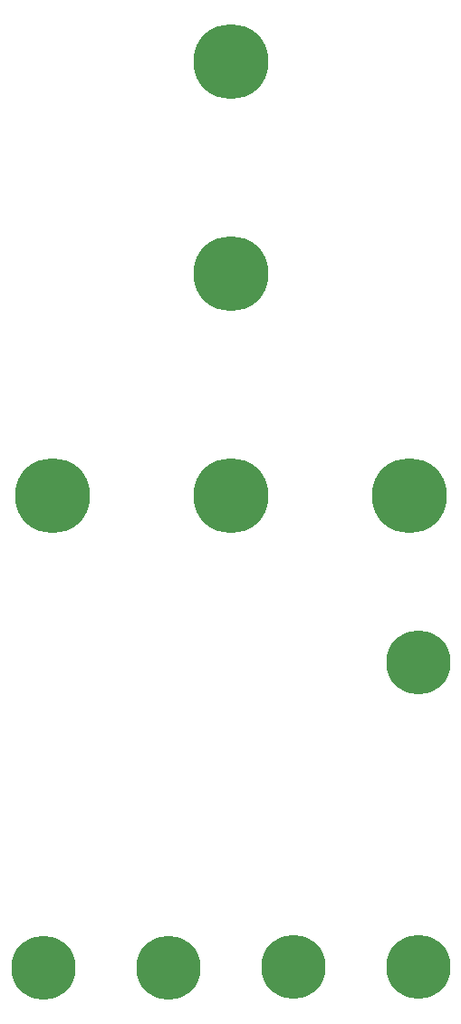
<source format=gbr>
G04 #@! TF.GenerationSoftware,KiCad,Pcbnew,7.0.2-0*
G04 #@! TF.CreationDate,2024-04-11T22:45:53+02:00*
G04 #@! TF.ProjectId,2600ish Panel,32363030-6973-4682-9050-616e656c2e6b,rev?*
G04 #@! TF.SameCoordinates,Original*
G04 #@! TF.FileFunction,Soldermask,Bot*
G04 #@! TF.FilePolarity,Negative*
%FSLAX46Y46*%
G04 Gerber Fmt 4.6, Leading zero omitted, Abs format (unit mm)*
G04 Created by KiCad (PCBNEW 7.0.2-0) date 2024-04-11 22:45:53*
%MOMM*%
%LPD*%
G01*
G04 APERTURE LIST*
%ADD10C,6.000000*%
%ADD11C,7.000000*%
G04 APERTURE END LIST*
D10*
X166620000Y-130710000D03*
X178300000Y-130720000D03*
D11*
X184160000Y-86640000D03*
D10*
X190000000Y-130700000D03*
D11*
X184170000Y-46100000D03*
X184160000Y-65890000D03*
X200870000Y-86650000D03*
X167470000Y-86650000D03*
D10*
X201670000Y-130700000D03*
X201670000Y-102250000D03*
M02*

</source>
